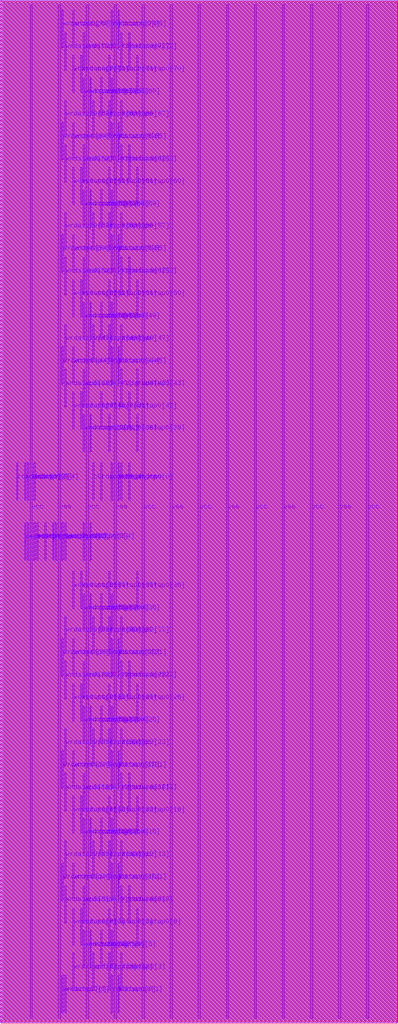
<source format=lef>
VERSION 5.8 ;
BUSBITCHARS "[]" ;
DIVIDERCHAR "/" ;

UNITS
  DATABASE MICRONS 4000 ;
END UNITS

MANUFACTURINGGRID 0.0005 ;

MACRO arf074b032e1r1w0cbbehsaa4acw
  CLASS BLOCK ;
  ORIGIN 0 0 ;
  FOREIGN arf074b032e1r1w0cbbehsaa4acw 0 0 ;
  SIZE 12.6 BY 32.64 ;
  PIN ckrdp0
    DIRECTION INPUT ;
    USE SIGNAL ;
    PORT
      LAYER m7 ;
        RECT 2.872 16.68 2.916 17.88 ;
    END
  END ckrdp0
  PIN ckwrp0
    DIRECTION INPUT ;
    USE SIGNAL ;
    PORT
      LAYER m7 ;
        RECT 0.684 14.76 0.728 15.96 ;
    END
  END ckwrp0
  PIN rdaddrp0[0]
    DIRECTION INPUT ;
    USE SIGNAL ;
    PORT
      LAYER m7 ;
        RECT 4.028 16.68 4.072 17.88 ;
    END
  END rdaddrp0[0]
  PIN rdaddrp0[1]
    DIRECTION INPUT ;
    USE SIGNAL ;
    PORT
      LAYER m7 ;
        RECT 0.428 16.68 0.472 17.88 ;
    END
  END rdaddrp0[1]
  PIN rdaddrp0[2]
    DIRECTION INPUT ;
    USE SIGNAL ;
    PORT
      LAYER m7 ;
        RECT 0.684 16.68 0.728 17.88 ;
    END
  END rdaddrp0[2]
  PIN rdaddrp0[3]
    DIRECTION INPUT ;
    USE SIGNAL ;
    PORT
      LAYER m7 ;
        RECT 0.772 16.68 0.816 17.88 ;
    END
  END rdaddrp0[3]
  PIN rdaddrp0[4]
    DIRECTION INPUT ;
    USE SIGNAL ;
    PORT
      LAYER m7 ;
        RECT 0.984 16.68 1.028 17.88 ;
    END
  END rdaddrp0[4]
  PIN rdaddrp0_fd
    DIRECTION INPUT ;
    USE SIGNAL ;
    PORT
      LAYER m7 ;
        RECT 3.128 16.68 3.172 17.88 ;
    END
  END rdaddrp0_fd
  PIN rdaddrp0_rd
    DIRECTION INPUT ;
    USE SIGNAL ;
    PORT
      LAYER m7 ;
        RECT 3.472 16.68 3.516 17.88 ;
    END
  END rdaddrp0_rd
  PIN rddatap0[0]
    DIRECTION OUTPUT ;
    USE SIGNAL ;
    PORT
      LAYER m7 ;
        RECT 3.472 0.24 3.516 1.44 ;
    END
  END rddatap0[0]
  PIN rddatap0[10]
    DIRECTION OUTPUT ;
    USE SIGNAL ;
    PORT
      LAYER m7 ;
        RECT 3.472 3.84 3.516 5.04 ;
    END
  END rddatap0[10]
  PIN rddatap0[11]
    DIRECTION OUTPUT ;
    USE SIGNAL ;
    PORT
      LAYER m7 ;
        RECT 3.684 3.84 3.728 5.04 ;
    END
  END rddatap0[11]
  PIN rddatap0[12]
    DIRECTION OUTPUT ;
    USE SIGNAL ;
    PORT
      LAYER m7 ;
        RECT 3.384 4.56 3.428 5.76 ;
    END
  END rddatap0[12]
  PIN rddatap0[13]
    DIRECTION OUTPUT ;
    USE SIGNAL ;
    PORT
      LAYER m7 ;
        RECT 3.772 4.56 3.816 5.76 ;
    END
  END rddatap0[13]
  PIN rddatap0[14]
    DIRECTION OUTPUT ;
    USE SIGNAL ;
    PORT
      LAYER m7 ;
        RECT 3.128 5.28 3.172 6.48 ;
    END
  END rddatap0[14]
  PIN rddatap0[15]
    DIRECTION OUTPUT ;
    USE SIGNAL ;
    PORT
      LAYER m7 ;
        RECT 3.472 5.28 3.516 6.48 ;
    END
  END rddatap0[15]
  PIN rddatap0[16]
    DIRECTION OUTPUT ;
    USE SIGNAL ;
    PORT
      LAYER m7 ;
        RECT 4.284 6 4.328 7.2 ;
    END
  END rddatap0[16]
  PIN rddatap0[17]
    DIRECTION OUTPUT ;
    USE SIGNAL ;
    PORT
      LAYER m7 ;
        RECT 3.384 6 3.428 7.2 ;
    END
  END rddatap0[17]
  PIN rddatap0[18]
    DIRECTION OUTPUT ;
    USE SIGNAL ;
    PORT
      LAYER m7 ;
        RECT 3.772 6.72 3.816 7.92 ;
    END
  END rddatap0[18]
  PIN rddatap0[19]
    DIRECTION OUTPUT ;
    USE SIGNAL ;
    PORT
      LAYER m7 ;
        RECT 4.028 6.72 4.072 7.92 ;
    END
  END rddatap0[19]
  PIN rddatap0[1]
    DIRECTION OUTPUT ;
    USE SIGNAL ;
    PORT
      LAYER m7 ;
        RECT 3.684 0.24 3.728 1.44 ;
    END
  END rddatap0[1]
  PIN rddatap0[20]
    DIRECTION OUTPUT ;
    USE SIGNAL ;
    PORT
      LAYER m7 ;
        RECT 3.472 7.44 3.516 8.64 ;
    END
  END rddatap0[20]
  PIN rddatap0[21]
    DIRECTION OUTPUT ;
    USE SIGNAL ;
    PORT
      LAYER m7 ;
        RECT 3.684 7.44 3.728 8.64 ;
    END
  END rddatap0[21]
  PIN rddatap0[22]
    DIRECTION OUTPUT ;
    USE SIGNAL ;
    PORT
      LAYER m7 ;
        RECT 3.384 8.16 3.428 9.36 ;
    END
  END rddatap0[22]
  PIN rddatap0[23]
    DIRECTION OUTPUT ;
    USE SIGNAL ;
    PORT
      LAYER m7 ;
        RECT 3.772 8.16 3.816 9.36 ;
    END
  END rddatap0[23]
  PIN rddatap0[24]
    DIRECTION OUTPUT ;
    USE SIGNAL ;
    PORT
      LAYER m7 ;
        RECT 3.128 8.88 3.172 10.08 ;
    END
  END rddatap0[24]
  PIN rddatap0[25]
    DIRECTION OUTPUT ;
    USE SIGNAL ;
    PORT
      LAYER m7 ;
        RECT 3.472 8.88 3.516 10.08 ;
    END
  END rddatap0[25]
  PIN rddatap0[26]
    DIRECTION OUTPUT ;
    USE SIGNAL ;
    PORT
      LAYER m7 ;
        RECT 4.284 9.6 4.328 10.8 ;
    END
  END rddatap0[26]
  PIN rddatap0[27]
    DIRECTION OUTPUT ;
    USE SIGNAL ;
    PORT
      LAYER m7 ;
        RECT 3.384 9.6 3.428 10.8 ;
    END
  END rddatap0[27]
  PIN rddatap0[28]
    DIRECTION OUTPUT ;
    USE SIGNAL ;
    PORT
      LAYER m7 ;
        RECT 3.772 10.32 3.816 11.52 ;
    END
  END rddatap0[28]
  PIN rddatap0[29]
    DIRECTION OUTPUT ;
    USE SIGNAL ;
    PORT
      LAYER m7 ;
        RECT 4.028 10.32 4.072 11.52 ;
    END
  END rddatap0[29]
  PIN rddatap0[2]
    DIRECTION OUTPUT ;
    USE SIGNAL ;
    PORT
      LAYER m7 ;
        RECT 3.384 0.96 3.428 2.16 ;
    END
  END rddatap0[2]
  PIN rddatap0[30]
    DIRECTION OUTPUT ;
    USE SIGNAL ;
    PORT
      LAYER m7 ;
        RECT 3.472 11.04 3.516 12.24 ;
    END
  END rddatap0[30]
  PIN rddatap0[31]
    DIRECTION OUTPUT ;
    USE SIGNAL ;
    PORT
      LAYER m7 ;
        RECT 3.684 11.04 3.728 12.24 ;
    END
  END rddatap0[31]
  PIN rddatap0[32]
    DIRECTION OUTPUT ;
    USE SIGNAL ;
    PORT
      LAYER m7 ;
        RECT 3.384 11.76 3.428 12.96 ;
    END
  END rddatap0[32]
  PIN rddatap0[33]
    DIRECTION OUTPUT ;
    USE SIGNAL ;
    PORT
      LAYER m7 ;
        RECT 3.772 11.76 3.816 12.96 ;
    END
  END rddatap0[33]
  PIN rddatap0[34]
    DIRECTION OUTPUT ;
    USE SIGNAL ;
    PORT
      LAYER m7 ;
        RECT 3.128 12.48 3.172 13.68 ;
    END
  END rddatap0[34]
  PIN rddatap0[35]
    DIRECTION OUTPUT ;
    USE SIGNAL ;
    PORT
      LAYER m7 ;
        RECT 3.472 12.48 3.516 13.68 ;
    END
  END rddatap0[35]
  PIN rddatap0[36]
    DIRECTION OUTPUT ;
    USE SIGNAL ;
    PORT
      LAYER m7 ;
        RECT 4.284 13.2 4.328 14.4 ;
    END
  END rddatap0[36]
  PIN rddatap0[37]
    DIRECTION OUTPUT ;
    USE SIGNAL ;
    PORT
      LAYER m7 ;
        RECT 3.384 13.2 3.428 14.4 ;
    END
  END rddatap0[37]
  PIN rddatap0[38]
    DIRECTION OUTPUT ;
    USE SIGNAL ;
    PORT
      LAYER m7 ;
        RECT 3.384 18.24 3.428 19.44 ;
    END
  END rddatap0[38]
  PIN rddatap0[39]
    DIRECTION OUTPUT ;
    USE SIGNAL ;
    PORT
      LAYER m7 ;
        RECT 4.284 18.24 4.328 19.44 ;
    END
  END rddatap0[39]
  PIN rddatap0[3]
    DIRECTION OUTPUT ;
    USE SIGNAL ;
    PORT
      LAYER m7 ;
        RECT 3.772 0.96 3.816 2.16 ;
    END
  END rddatap0[3]
  PIN rddatap0[40]
    DIRECTION OUTPUT ;
    USE SIGNAL ;
    PORT
      LAYER m7 ;
        RECT 4.028 18.96 4.072 20.16 ;
    END
  END rddatap0[40]
  PIN rddatap0[41]
    DIRECTION OUTPUT ;
    USE SIGNAL ;
    PORT
      LAYER m7 ;
        RECT 3.128 18.96 3.172 20.16 ;
    END
  END rddatap0[41]
  PIN rddatap0[42]
    DIRECTION OUTPUT ;
    USE SIGNAL ;
    PORT
      LAYER m7 ;
        RECT 3.772 19.68 3.816 20.88 ;
    END
  END rddatap0[42]
  PIN rddatap0[43]
    DIRECTION OUTPUT ;
    USE SIGNAL ;
    PORT
      LAYER m7 ;
        RECT 4.284 19.68 4.328 20.88 ;
    END
  END rddatap0[43]
  PIN rddatap0[44]
    DIRECTION OUTPUT ;
    USE SIGNAL ;
    PORT
      LAYER m7 ;
        RECT 3.472 20.4 3.516 21.6 ;
    END
  END rddatap0[44]
  PIN rddatap0[45]
    DIRECTION OUTPUT ;
    USE SIGNAL ;
    PORT
      LAYER m7 ;
        RECT 3.684 20.4 3.728 21.6 ;
    END
  END rddatap0[45]
  PIN rddatap0[46]
    DIRECTION OUTPUT ;
    USE SIGNAL ;
    PORT
      LAYER m7 ;
        RECT 3.384 21.12 3.428 22.32 ;
    END
  END rddatap0[46]
  PIN rddatap0[47]
    DIRECTION OUTPUT ;
    USE SIGNAL ;
    PORT
      LAYER m7 ;
        RECT 3.772 21.12 3.816 22.32 ;
    END
  END rddatap0[47]
  PIN rddatap0[48]
    DIRECTION OUTPUT ;
    USE SIGNAL ;
    PORT
      LAYER m7 ;
        RECT 3.128 21.84 3.172 23.04 ;
    END
  END rddatap0[48]
  PIN rddatap0[49]
    DIRECTION OUTPUT ;
    USE SIGNAL ;
    PORT
      LAYER m7 ;
        RECT 3.472 21.84 3.516 23.04 ;
    END
  END rddatap0[49]
  PIN rddatap0[4]
    DIRECTION OUTPUT ;
    USE SIGNAL ;
    PORT
      LAYER m7 ;
        RECT 3.128 1.68 3.172 2.88 ;
    END
  END rddatap0[4]
  PIN rddatap0[50]
    DIRECTION OUTPUT ;
    USE SIGNAL ;
    PORT
      LAYER m7 ;
        RECT 4.284 22.56 4.328 23.76 ;
    END
  END rddatap0[50]
  PIN rddatap0[51]
    DIRECTION OUTPUT ;
    USE SIGNAL ;
    PORT
      LAYER m7 ;
        RECT 3.384 22.56 3.428 23.76 ;
    END
  END rddatap0[51]
  PIN rddatap0[52]
    DIRECTION OUTPUT ;
    USE SIGNAL ;
    PORT
      LAYER m7 ;
        RECT 3.772 23.28 3.816 24.48 ;
    END
  END rddatap0[52]
  PIN rddatap0[53]
    DIRECTION OUTPUT ;
    USE SIGNAL ;
    PORT
      LAYER m7 ;
        RECT 4.028 23.28 4.072 24.48 ;
    END
  END rddatap0[53]
  PIN rddatap0[54]
    DIRECTION OUTPUT ;
    USE SIGNAL ;
    PORT
      LAYER m7 ;
        RECT 3.472 24 3.516 25.2 ;
    END
  END rddatap0[54]
  PIN rddatap0[55]
    DIRECTION OUTPUT ;
    USE SIGNAL ;
    PORT
      LAYER m7 ;
        RECT 3.684 24 3.728 25.2 ;
    END
  END rddatap0[55]
  PIN rddatap0[56]
    DIRECTION OUTPUT ;
    USE SIGNAL ;
    PORT
      LAYER m7 ;
        RECT 3.384 24.72 3.428 25.92 ;
    END
  END rddatap0[56]
  PIN rddatap0[57]
    DIRECTION OUTPUT ;
    USE SIGNAL ;
    PORT
      LAYER m7 ;
        RECT 3.772 24.72 3.816 25.92 ;
    END
  END rddatap0[57]
  PIN rddatap0[58]
    DIRECTION OUTPUT ;
    USE SIGNAL ;
    PORT
      LAYER m7 ;
        RECT 3.128 25.44 3.172 26.64 ;
    END
  END rddatap0[58]
  PIN rddatap0[59]
    DIRECTION OUTPUT ;
    USE SIGNAL ;
    PORT
      LAYER m7 ;
        RECT 3.472 25.44 3.516 26.64 ;
    END
  END rddatap0[59]
  PIN rddatap0[5]
    DIRECTION OUTPUT ;
    USE SIGNAL ;
    PORT
      LAYER m7 ;
        RECT 3.472 1.68 3.516 2.88 ;
    END
  END rddatap0[5]
  PIN rddatap0[60]
    DIRECTION OUTPUT ;
    USE SIGNAL ;
    PORT
      LAYER m7 ;
        RECT 4.284 26.16 4.328 27.36 ;
    END
  END rddatap0[60]
  PIN rddatap0[61]
    DIRECTION OUTPUT ;
    USE SIGNAL ;
    PORT
      LAYER m7 ;
        RECT 3.384 26.16 3.428 27.36 ;
    END
  END rddatap0[61]
  PIN rddatap0[62]
    DIRECTION OUTPUT ;
    USE SIGNAL ;
    PORT
      LAYER m7 ;
        RECT 3.772 26.88 3.816 28.08 ;
    END
  END rddatap0[62]
  PIN rddatap0[63]
    DIRECTION OUTPUT ;
    USE SIGNAL ;
    PORT
      LAYER m7 ;
        RECT 4.028 26.88 4.072 28.08 ;
    END
  END rddatap0[63]
  PIN rddatap0[64]
    DIRECTION OUTPUT ;
    USE SIGNAL ;
    PORT
      LAYER m7 ;
        RECT 3.472 27.6 3.516 28.8 ;
    END
  END rddatap0[64]
  PIN rddatap0[65]
    DIRECTION OUTPUT ;
    USE SIGNAL ;
    PORT
      LAYER m7 ;
        RECT 3.684 27.6 3.728 28.8 ;
    END
  END rddatap0[65]
  PIN rddatap0[66]
    DIRECTION OUTPUT ;
    USE SIGNAL ;
    PORT
      LAYER m7 ;
        RECT 3.384 28.32 3.428 29.52 ;
    END
  END rddatap0[66]
  PIN rddatap0[67]
    DIRECTION OUTPUT ;
    USE SIGNAL ;
    PORT
      LAYER m7 ;
        RECT 3.772 28.32 3.816 29.52 ;
    END
  END rddatap0[67]
  PIN rddatap0[68]
    DIRECTION OUTPUT ;
    USE SIGNAL ;
    PORT
      LAYER m7 ;
        RECT 3.128 29.04 3.172 30.24 ;
    END
  END rddatap0[68]
  PIN rddatap0[69]
    DIRECTION OUTPUT ;
    USE SIGNAL ;
    PORT
      LAYER m7 ;
        RECT 3.472 29.04 3.516 30.24 ;
    END
  END rddatap0[69]
  PIN rddatap0[6]
    DIRECTION OUTPUT ;
    USE SIGNAL ;
    PORT
      LAYER m7 ;
        RECT 4.284 2.4 4.328 3.6 ;
    END
  END rddatap0[6]
  PIN rddatap0[70]
    DIRECTION OUTPUT ;
    USE SIGNAL ;
    PORT
      LAYER m7 ;
        RECT 4.284 29.76 4.328 30.96 ;
    END
  END rddatap0[70]
  PIN rddatap0[71]
    DIRECTION OUTPUT ;
    USE SIGNAL ;
    PORT
      LAYER m7 ;
        RECT 3.384 29.76 3.428 30.96 ;
    END
  END rddatap0[71]
  PIN rddatap0[72]
    DIRECTION OUTPUT ;
    USE SIGNAL ;
    PORT
      LAYER m7 ;
        RECT 3.772 30.48 3.816 31.68 ;
    END
  END rddatap0[72]
  PIN rddatap0[73]
    DIRECTION OUTPUT ;
    USE SIGNAL ;
    PORT
      LAYER m7 ;
        RECT 4.028 30.48 4.072 31.68 ;
    END
  END rddatap0[73]
  PIN rddatap0[74]
    DIRECTION OUTPUT ;
    USE SIGNAL ;
    PORT
      LAYER m7 ;
        RECT 3.472 31.2 3.516 32.4 ;
    END
  END rddatap0[74]
  PIN rddatap0[75]
    DIRECTION OUTPUT ;
    USE SIGNAL ;
    PORT
      LAYER m7 ;
        RECT 3.684 31.2 3.728 32.4 ;
    END
  END rddatap0[75]
  PIN rddatap0[7]
    DIRECTION OUTPUT ;
    USE SIGNAL ;
    PORT
      LAYER m7 ;
        RECT 3.384 2.4 3.428 3.6 ;
    END
  END rddatap0[7]
  PIN rddatap0[8]
    DIRECTION OUTPUT ;
    USE SIGNAL ;
    PORT
      LAYER m7 ;
        RECT 3.772 3.12 3.816 4.32 ;
    END
  END rddatap0[8]
  PIN rddatap0[9]
    DIRECTION OUTPUT ;
    USE SIGNAL ;
    PORT
      LAYER m7 ;
        RECT 4.028 3.12 4.072 4.32 ;
    END
  END rddatap0[9]
  PIN rdenp0
    DIRECTION INPUT ;
    USE SIGNAL ;
    PORT
      LAYER m7 ;
        RECT 3.684 16.68 3.728 17.88 ;
    END
  END rdenp0
  PIN sdl_initp0
    DIRECTION INPUT ;
    USE SIGNAL ;
    PORT
      LAYER m7 ;
        RECT 3.772 16.68 3.816 17.88 ;
    END
  END sdl_initp0
  PIN vcc
    DIRECTION INPUT ;
    USE POWER ;
    PORT
      LAYER m7 ;
        RECT 11.662 0.06 11.738 32.58 ;
    END
    PORT
      LAYER m7 ;
        RECT 9.862 0.06 9.938 32.58 ;
    END
    PORT
      LAYER m7 ;
        RECT 8.062 0.06 8.138 32.58 ;
    END
    PORT
      LAYER m7 ;
        RECT 6.262 0.06 6.338 32.58 ;
    END
    PORT
      LAYER m7 ;
        RECT 4.462 0.06 4.538 32.58 ;
    END
    PORT
      LAYER m7 ;
        RECT 2.662 0.06 2.738 32.58 ;
    END
    PORT
      LAYER m7 ;
        RECT 0.862 0.06 0.938 32.58 ;
    END
  END vcc
  PIN vss
    DIRECTION INOUT ;
    USE GROUND ;
    PORT
      LAYER m7 ;
        RECT 10.762 0.06 10.838 32.58 ;
    END
    PORT
      LAYER m7 ;
        RECT 8.962 0.06 9.038 32.58 ;
    END
    PORT
      LAYER m7 ;
        RECT 7.162 0.06 7.238 32.58 ;
    END
    PORT
      LAYER m7 ;
        RECT 5.362 0.06 5.438 32.58 ;
    END
    PORT
      LAYER m7 ;
        RECT 3.562 0.06 3.638 32.58 ;
    END
    PORT
      LAYER m7 ;
        RECT 1.762 0.06 1.838 32.58 ;
    END
  END vss
  PIN wraddrp0[0]
    DIRECTION INPUT ;
    USE SIGNAL ;
    PORT
      LAYER m7 ;
        RECT 1.672 14.76 1.716 15.96 ;
    END
  END wraddrp0[0]
  PIN wraddrp0[1]
    DIRECTION INPUT ;
    USE SIGNAL ;
    PORT
      LAYER m7 ;
        RECT 1.884 14.76 1.928 15.96 ;
    END
  END wraddrp0[1]
  PIN wraddrp0[2]
    DIRECTION INPUT ;
    USE SIGNAL ;
    PORT
      LAYER m7 ;
        RECT 1.972 14.76 2.016 15.96 ;
    END
  END wraddrp0[2]
  PIN wraddrp0[3]
    DIRECTION INPUT ;
    USE SIGNAL ;
    PORT
      LAYER m7 ;
        RECT 2.572 14.76 2.616 15.96 ;
    END
  END wraddrp0[3]
  PIN wraddrp0[4]
    DIRECTION INPUT ;
    USE SIGNAL ;
    PORT
      LAYER m7 ;
        RECT 2.784 14.76 2.828 15.96 ;
    END
  END wraddrp0[4]
  PIN wraddrp0_fd
    DIRECTION INPUT ;
    USE SIGNAL ;
    PORT
      LAYER m7 ;
        RECT 0.772 14.76 0.816 15.96 ;
    END
  END wraddrp0_fd
  PIN wraddrp0_rd
    DIRECTION INPUT ;
    USE SIGNAL ;
    PORT
      LAYER m7 ;
        RECT 0.984 14.76 1.028 15.96 ;
    END
  END wraddrp0_rd
  PIN wrdatap0[0]
    DIRECTION INPUT ;
    USE SIGNAL ;
    PORT
      LAYER m7 ;
        RECT 1.884 0.24 1.928 1.44 ;
    END
  END wrdatap0[0]
  PIN wrdatap0[10]
    DIRECTION INPUT ;
    USE SIGNAL ;
    PORT
      LAYER m7 ;
        RECT 1.884 3.84 1.928 5.04 ;
    END
  END wrdatap0[10]
  PIN wrdatap0[11]
    DIRECTION INPUT ;
    USE SIGNAL ;
    PORT
      LAYER m7 ;
        RECT 2.228 3.84 2.272 5.04 ;
    END
  END wrdatap0[11]
  PIN wrdatap0[12]
    DIRECTION INPUT ;
    USE SIGNAL ;
    PORT
      LAYER m7 ;
        RECT 2.872 4.56 2.916 5.76 ;
    END
  END wrdatap0[12]
  PIN wrdatap0[13]
    DIRECTION INPUT ;
    USE SIGNAL ;
    PORT
      LAYER m7 ;
        RECT 1.972 4.56 2.016 5.76 ;
    END
  END wrdatap0[13]
  PIN wrdatap0[14]
    DIRECTION INPUT ;
    USE SIGNAL ;
    PORT
      LAYER m7 ;
        RECT 2.572 5.28 2.616 6.48 ;
    END
  END wrdatap0[14]
  PIN wrdatap0[15]
    DIRECTION INPUT ;
    USE SIGNAL ;
    PORT
      LAYER m7 ;
        RECT 2.784 5.28 2.828 6.48 ;
    END
  END wrdatap0[15]
  PIN wrdatap0[16]
    DIRECTION INPUT ;
    USE SIGNAL ;
    PORT
      LAYER m7 ;
        RECT 2.228 6 2.272 7.2 ;
    END
  END wrdatap0[16]
  PIN wrdatap0[17]
    DIRECTION INPUT ;
    USE SIGNAL ;
    PORT
      LAYER m7 ;
        RECT 2.484 6 2.528 7.2 ;
    END
  END wrdatap0[17]
  PIN wrdatap0[18]
    DIRECTION INPUT ;
    USE SIGNAL ;
    PORT
      LAYER m7 ;
        RECT 1.972 6.72 2.016 7.92 ;
    END
  END wrdatap0[18]
  PIN wrdatap0[19]
    DIRECTION INPUT ;
    USE SIGNAL ;
    PORT
      LAYER m7 ;
        RECT 2.572 6.72 2.616 7.92 ;
    END
  END wrdatap0[19]
  PIN wrdatap0[1]
    DIRECTION INPUT ;
    USE SIGNAL ;
    PORT
      LAYER m7 ;
        RECT 1.972 0.24 2.016 1.44 ;
    END
  END wrdatap0[1]
  PIN wrdatap0[20]
    DIRECTION INPUT ;
    USE SIGNAL ;
    PORT
      LAYER m7 ;
        RECT 1.884 7.44 1.928 8.64 ;
    END
  END wrdatap0[20]
  PIN wrdatap0[21]
    DIRECTION INPUT ;
    USE SIGNAL ;
    PORT
      LAYER m7 ;
        RECT 2.228 7.44 2.272 8.64 ;
    END
  END wrdatap0[21]
  PIN wrdatap0[22]
    DIRECTION INPUT ;
    USE SIGNAL ;
    PORT
      LAYER m7 ;
        RECT 2.872 8.16 2.916 9.36 ;
    END
  END wrdatap0[22]
  PIN wrdatap0[23]
    DIRECTION INPUT ;
    USE SIGNAL ;
    PORT
      LAYER m7 ;
        RECT 1.972 8.16 2.016 9.36 ;
    END
  END wrdatap0[23]
  PIN wrdatap0[24]
    DIRECTION INPUT ;
    USE SIGNAL ;
    PORT
      LAYER m7 ;
        RECT 2.572 8.88 2.616 10.08 ;
    END
  END wrdatap0[24]
  PIN wrdatap0[25]
    DIRECTION INPUT ;
    USE SIGNAL ;
    PORT
      LAYER m7 ;
        RECT 2.784 8.88 2.828 10.08 ;
    END
  END wrdatap0[25]
  PIN wrdatap0[26]
    DIRECTION INPUT ;
    USE SIGNAL ;
    PORT
      LAYER m7 ;
        RECT 2.228 9.6 2.272 10.8 ;
    END
  END wrdatap0[26]
  PIN wrdatap0[27]
    DIRECTION INPUT ;
    USE SIGNAL ;
    PORT
      LAYER m7 ;
        RECT 2.484 9.6 2.528 10.8 ;
    END
  END wrdatap0[27]
  PIN wrdatap0[28]
    DIRECTION INPUT ;
    USE SIGNAL ;
    PORT
      LAYER m7 ;
        RECT 1.972 10.32 2.016 11.52 ;
    END
  END wrdatap0[28]
  PIN wrdatap0[29]
    DIRECTION INPUT ;
    USE SIGNAL ;
    PORT
      LAYER m7 ;
        RECT 2.572 10.32 2.616 11.52 ;
    END
  END wrdatap0[29]
  PIN wrdatap0[2]
    DIRECTION INPUT ;
    USE SIGNAL ;
    PORT
      LAYER m7 ;
        RECT 2.872 0.96 2.916 2.16 ;
    END
  END wrdatap0[2]
  PIN wrdatap0[30]
    DIRECTION INPUT ;
    USE SIGNAL ;
    PORT
      LAYER m7 ;
        RECT 1.884 11.04 1.928 12.24 ;
    END
  END wrdatap0[30]
  PIN wrdatap0[31]
    DIRECTION INPUT ;
    USE SIGNAL ;
    PORT
      LAYER m7 ;
        RECT 2.228 11.04 2.272 12.24 ;
    END
  END wrdatap0[31]
  PIN wrdatap0[32]
    DIRECTION INPUT ;
    USE SIGNAL ;
    PORT
      LAYER m7 ;
        RECT 2.872 11.76 2.916 12.96 ;
    END
  END wrdatap0[32]
  PIN wrdatap0[33]
    DIRECTION INPUT ;
    USE SIGNAL ;
    PORT
      LAYER m7 ;
        RECT 1.972 11.76 2.016 12.96 ;
    END
  END wrdatap0[33]
  PIN wrdatap0[34]
    DIRECTION INPUT ;
    USE SIGNAL ;
    PORT
      LAYER m7 ;
        RECT 2.572 12.48 2.616 13.68 ;
    END
  END wrdatap0[34]
  PIN wrdatap0[35]
    DIRECTION INPUT ;
    USE SIGNAL ;
    PORT
      LAYER m7 ;
        RECT 2.784 12.48 2.828 13.68 ;
    END
  END wrdatap0[35]
  PIN wrdatap0[36]
    DIRECTION INPUT ;
    USE SIGNAL ;
    PORT
      LAYER m7 ;
        RECT 2.228 13.2 2.272 14.4 ;
    END
  END wrdatap0[36]
  PIN wrdatap0[37]
    DIRECTION INPUT ;
    USE SIGNAL ;
    PORT
      LAYER m7 ;
        RECT 2.484 13.2 2.528 14.4 ;
    END
  END wrdatap0[37]
  PIN wrdatap0[38]
    DIRECTION INPUT ;
    USE SIGNAL ;
    PORT
      LAYER m7 ;
        RECT 2.572 18.24 2.616 19.44 ;
    END
  END wrdatap0[38]
  PIN wrdatap0[39]
    DIRECTION INPUT ;
    USE SIGNAL ;
    PORT
      LAYER m7 ;
        RECT 2.784 18.24 2.828 19.44 ;
    END
  END wrdatap0[39]
  PIN wrdatap0[3]
    DIRECTION INPUT ;
    USE SIGNAL ;
    PORT
      LAYER m7 ;
        RECT 2.228 0.96 2.272 2.16 ;
    END
  END wrdatap0[3]
  PIN wrdatap0[40]
    DIRECTION INPUT ;
    USE SIGNAL ;
    PORT
      LAYER m7 ;
        RECT 2.228 18.96 2.272 20.16 ;
    END
  END wrdatap0[40]
  PIN wrdatap0[41]
    DIRECTION INPUT ;
    USE SIGNAL ;
    PORT
      LAYER m7 ;
        RECT 2.484 18.96 2.528 20.16 ;
    END
  END wrdatap0[41]
  PIN wrdatap0[42]
    DIRECTION INPUT ;
    USE SIGNAL ;
    PORT
      LAYER m7 ;
        RECT 1.972 19.68 2.016 20.88 ;
    END
  END wrdatap0[42]
  PIN wrdatap0[43]
    DIRECTION INPUT ;
    USE SIGNAL ;
    PORT
      LAYER m7 ;
        RECT 2.572 19.68 2.616 20.88 ;
    END
  END wrdatap0[43]
  PIN wrdatap0[44]
    DIRECTION INPUT ;
    USE SIGNAL ;
    PORT
      LAYER m7 ;
        RECT 1.884 20.4 1.928 21.6 ;
    END
  END wrdatap0[44]
  PIN wrdatap0[45]
    DIRECTION INPUT ;
    USE SIGNAL ;
    PORT
      LAYER m7 ;
        RECT 2.228 20.4 2.272 21.6 ;
    END
  END wrdatap0[45]
  PIN wrdatap0[46]
    DIRECTION INPUT ;
    USE SIGNAL ;
    PORT
      LAYER m7 ;
        RECT 2.872 21.12 2.916 22.32 ;
    END
  END wrdatap0[46]
  PIN wrdatap0[47]
    DIRECTION INPUT ;
    USE SIGNAL ;
    PORT
      LAYER m7 ;
        RECT 1.972 21.12 2.016 22.32 ;
    END
  END wrdatap0[47]
  PIN wrdatap0[48]
    DIRECTION INPUT ;
    USE SIGNAL ;
    PORT
      LAYER m7 ;
        RECT 2.572 21.84 2.616 23.04 ;
    END
  END wrdatap0[48]
  PIN wrdatap0[49]
    DIRECTION INPUT ;
    USE SIGNAL ;
    PORT
      LAYER m7 ;
        RECT 2.784 21.84 2.828 23.04 ;
    END
  END wrdatap0[49]
  PIN wrdatap0[4]
    DIRECTION INPUT ;
    USE SIGNAL ;
    PORT
      LAYER m7 ;
        RECT 2.572 1.68 2.616 2.88 ;
    END
  END wrdatap0[4]
  PIN wrdatap0[50]
    DIRECTION INPUT ;
    USE SIGNAL ;
    PORT
      LAYER m7 ;
        RECT 2.228 22.56 2.272 23.76 ;
    END
  END wrdatap0[50]
  PIN wrdatap0[51]
    DIRECTION INPUT ;
    USE SIGNAL ;
    PORT
      LAYER m7 ;
        RECT 2.484 22.56 2.528 23.76 ;
    END
  END wrdatap0[51]
  PIN wrdatap0[52]
    DIRECTION INPUT ;
    USE SIGNAL ;
    PORT
      LAYER m7 ;
        RECT 1.972 23.28 2.016 24.48 ;
    END
  END wrdatap0[52]
  PIN wrdatap0[53]
    DIRECTION INPUT ;
    USE SIGNAL ;
    PORT
      LAYER m7 ;
        RECT 2.572 23.28 2.616 24.48 ;
    END
  END wrdatap0[53]
  PIN wrdatap0[54]
    DIRECTION INPUT ;
    USE SIGNAL ;
    PORT
      LAYER m7 ;
        RECT 1.884 24 1.928 25.2 ;
    END
  END wrdatap0[54]
  PIN wrdatap0[55]
    DIRECTION INPUT ;
    USE SIGNAL ;
    PORT
      LAYER m7 ;
        RECT 2.228 24 2.272 25.2 ;
    END
  END wrdatap0[55]
  PIN wrdatap0[56]
    DIRECTION INPUT ;
    USE SIGNAL ;
    PORT
      LAYER m7 ;
        RECT 2.872 24.72 2.916 25.92 ;
    END
  END wrdatap0[56]
  PIN wrdatap0[57]
    DIRECTION INPUT ;
    USE SIGNAL ;
    PORT
      LAYER m7 ;
        RECT 1.972 24.72 2.016 25.92 ;
    END
  END wrdatap0[57]
  PIN wrdatap0[58]
    DIRECTION INPUT ;
    USE SIGNAL ;
    PORT
      LAYER m7 ;
        RECT 2.572 25.44 2.616 26.64 ;
    END
  END wrdatap0[58]
  PIN wrdatap0[59]
    DIRECTION INPUT ;
    USE SIGNAL ;
    PORT
      LAYER m7 ;
        RECT 2.784 25.44 2.828 26.64 ;
    END
  END wrdatap0[59]
  PIN wrdatap0[5]
    DIRECTION INPUT ;
    USE SIGNAL ;
    PORT
      LAYER m7 ;
        RECT 2.784 1.68 2.828 2.88 ;
    END
  END wrdatap0[5]
  PIN wrdatap0[60]
    DIRECTION INPUT ;
    USE SIGNAL ;
    PORT
      LAYER m7 ;
        RECT 2.228 26.16 2.272 27.36 ;
    END
  END wrdatap0[60]
  PIN wrdatap0[61]
    DIRECTION INPUT ;
    USE SIGNAL ;
    PORT
      LAYER m7 ;
        RECT 2.484 26.16 2.528 27.36 ;
    END
  END wrdatap0[61]
  PIN wrdatap0[62]
    DIRECTION INPUT ;
    USE SIGNAL ;
    PORT
      LAYER m7 ;
        RECT 1.972 26.88 2.016 28.08 ;
    END
  END wrdatap0[62]
  PIN wrdatap0[63]
    DIRECTION INPUT ;
    USE SIGNAL ;
    PORT
      LAYER m7 ;
        RECT 2.572 26.88 2.616 28.08 ;
    END
  END wrdatap0[63]
  PIN wrdatap0[64]
    DIRECTION INPUT ;
    USE SIGNAL ;
    PORT
      LAYER m7 ;
        RECT 1.884 27.6 1.928 28.8 ;
    END
  END wrdatap0[64]
  PIN wrdatap0[65]
    DIRECTION INPUT ;
    USE SIGNAL ;
    PORT
      LAYER m7 ;
        RECT 2.228 27.6 2.272 28.8 ;
    END
  END wrdatap0[65]
  PIN wrdatap0[66]
    DIRECTION INPUT ;
    USE SIGNAL ;
    PORT
      LAYER m7 ;
        RECT 2.872 28.32 2.916 29.52 ;
    END
  END wrdatap0[66]
  PIN wrdatap0[67]
    DIRECTION INPUT ;
    USE SIGNAL ;
    PORT
      LAYER m7 ;
        RECT 1.972 28.32 2.016 29.52 ;
    END
  END wrdatap0[67]
  PIN wrdatap0[68]
    DIRECTION INPUT ;
    USE SIGNAL ;
    PORT
      LAYER m7 ;
        RECT 2.572 29.04 2.616 30.24 ;
    END
  END wrdatap0[68]
  PIN wrdatap0[69]
    DIRECTION INPUT ;
    USE SIGNAL ;
    PORT
      LAYER m7 ;
        RECT 2.784 29.04 2.828 30.24 ;
    END
  END wrdatap0[69]
  PIN wrdatap0[6]
    DIRECTION INPUT ;
    USE SIGNAL ;
    PORT
      LAYER m7 ;
        RECT 2.228 2.4 2.272 3.6 ;
    END
  END wrdatap0[6]
  PIN wrdatap0[70]
    DIRECTION INPUT ;
    USE SIGNAL ;
    PORT
      LAYER m7 ;
        RECT 2.228 29.76 2.272 30.96 ;
    END
  END wrdatap0[70]
  PIN wrdatap0[71]
    DIRECTION INPUT ;
    USE SIGNAL ;
    PORT
      LAYER m7 ;
        RECT 2.484 29.76 2.528 30.96 ;
    END
  END wrdatap0[71]
  PIN wrdatap0[72]
    DIRECTION INPUT ;
    USE SIGNAL ;
    PORT
      LAYER m7 ;
        RECT 1.972 30.48 2.016 31.68 ;
    END
  END wrdatap0[72]
  PIN wrdatap0[73]
    DIRECTION INPUT ;
    USE SIGNAL ;
    PORT
      LAYER m7 ;
        RECT 2.572 30.48 2.616 31.68 ;
    END
  END wrdatap0[73]
  PIN wrdatap0[74]
    DIRECTION INPUT ;
    USE SIGNAL ;
    PORT
      LAYER m7 ;
        RECT 1.884 31.2 1.928 32.4 ;
    END
  END wrdatap0[74]
  PIN wrdatap0[75]
    DIRECTION INPUT ;
    USE SIGNAL ;
    PORT
      LAYER m7 ;
        RECT 2.228 31.2 2.272 32.4 ;
    END
  END wrdatap0[75]
  PIN wrdatap0[7]
    DIRECTION INPUT ;
    USE SIGNAL ;
    PORT
      LAYER m7 ;
        RECT 2.484 2.4 2.528 3.6 ;
    END
  END wrdatap0[7]
  PIN wrdatap0[8]
    DIRECTION INPUT ;
    USE SIGNAL ;
    PORT
      LAYER m7 ;
        RECT 1.972 3.12 2.016 4.32 ;
    END
  END wrdatap0[8]
  PIN wrdatap0[9]
    DIRECTION INPUT ;
    USE SIGNAL ;
    PORT
      LAYER m7 ;
        RECT 2.572 3.12 2.616 4.32 ;
    END
  END wrdatap0[9]
  PIN wrdatap0_fd
    DIRECTION INPUT ;
    USE SIGNAL ;
    PORT
      LAYER m7 ;
        RECT 1.328 14.76 1.372 15.96 ;
    END
  END wrdatap0_fd
  PIN wrdatap0_rd
    DIRECTION INPUT ;
    USE SIGNAL ;
    PORT
      LAYER m7 ;
        RECT 1.584 14.76 1.628 15.96 ;
    END
  END wrdatap0_rd
  PIN wrenp0
    DIRECTION INPUT ;
    USE SIGNAL ;
    PORT
      LAYER m7 ;
        RECT 1.072 14.76 1.116 15.96 ;
    END
  END wrenp0
  OBS
    LAYER m0 SPACING 0 ;
      RECT 0 0 12.6 32.64 ;
    LAYER m1 SPACING 0 ;
      RECT 0 0 12.6 32.64 ;
    LAYER m2 SPACING 0 ;
      RECT -0.0705 -0.038 12.6705 32.678 ;
    LAYER m3 SPACING 0 ;
      RECT -0.035 -0.07 12.635 32.71 ;
    LAYER m4 SPACING 0 ;
      RECT -0.07 -0.038 12.67 32.678 ;
    LAYER m5 SPACING 0 ;
      RECT -0.059 -0.09 12.659 32.73 ;
    LAYER m6 SPACING 0 ;
      RECT -0.09 -0.062 12.69 32.702 ;
    LAYER m7 SPACING 0 ;
      RECT -0.092 -0.06 12.692 32.7 ;
  END
END arf074b032e1r1w0cbbehsaa4acw
END LIBRARY

</source>
